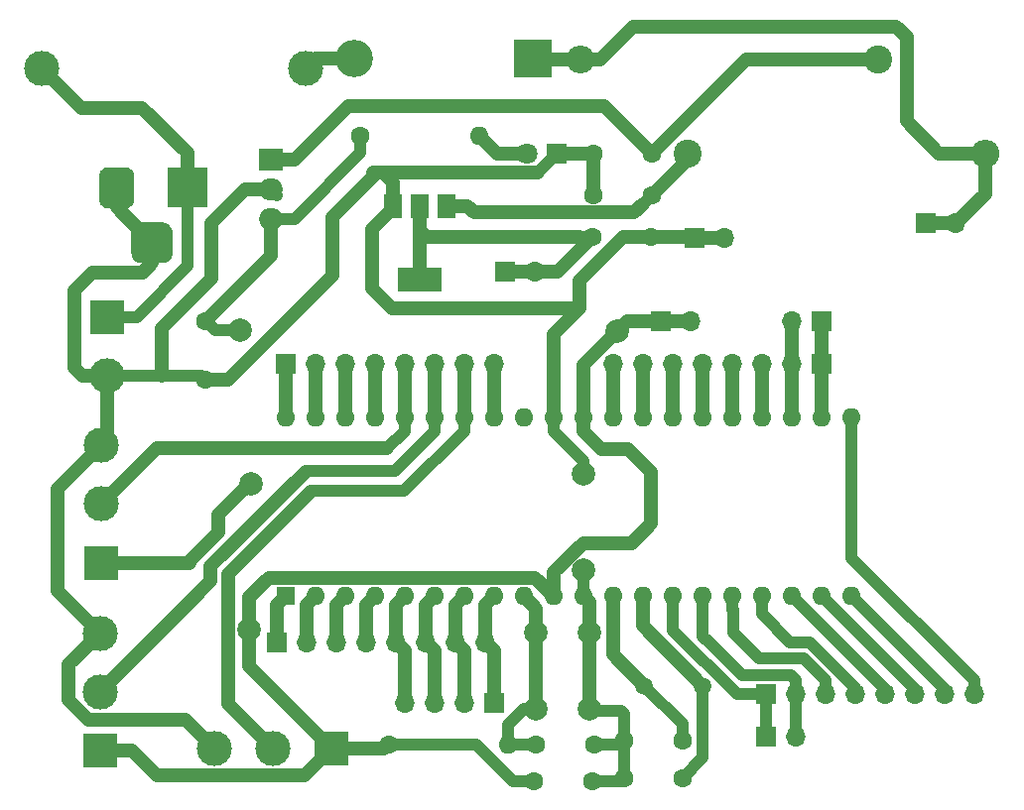
<source format=gbl>
G04 #@! TF.GenerationSoftware,KiCad,Pcbnew,(5.1.5)-3*
G04 #@! TF.CreationDate,2020-06-25T00:50:39+02:00*
G04 #@! TF.ProjectId,Distr_PCB,44697374-725f-4504-9342-2e6b69636164,rev?*
G04 #@! TF.SameCoordinates,Original*
G04 #@! TF.FileFunction,Copper,L2,Bot*
G04 #@! TF.FilePolarity,Positive*
%FSLAX46Y46*%
G04 Gerber Fmt 4.6, Leading zero omitted, Abs format (unit mm)*
G04 Created by KiCad (PCBNEW (5.1.5)-3) date 2020-06-25 00:50:39*
%MOMM*%
%LPD*%
G04 APERTURE LIST*
%ADD10C,3.000000*%
%ADD11R,3.000000X3.000000*%
%ADD12O,1.700000X1.700000*%
%ADD13R,1.700000X1.700000*%
%ADD14C,1.600000*%
%ADD15R,3.200000X3.200000*%
%ADD16O,3.200000X3.200000*%
%ADD17R,1.800000X1.800000*%
%ADD18C,1.800000*%
%ADD19R,3.500000X3.500000*%
%ADD20C,0.100000*%
%ADD21C,2.400000*%
%ADD22O,2.400000X2.400000*%
%ADD23O,1.600000X1.600000*%
%ADD24R,2.000000X1.905000*%
%ADD25O,2.000000X1.905000*%
%ADD26R,3.800000X2.000000*%
%ADD27R,1.500000X2.000000*%
%ADD28C,2.000000*%
%ADD29R,1.600000X1.600000*%
%ADD30C,1.500000*%
%ADD31C,1.200000*%
%ADD32C,1.000000*%
G04 APERTURE END LIST*
D10*
X144145000Y-58905000D03*
X121645000Y-58905000D03*
X136345000Y-117005000D03*
X141345000Y-117005000D03*
D11*
X146345000Y-117005000D03*
D12*
X163710000Y-76280000D03*
D13*
X161170000Y-76280000D03*
D14*
X173702000Y-66180000D03*
X168702000Y-66180000D03*
X135602000Y-85484000D03*
X135602000Y-80484000D03*
D15*
X163542000Y-58052000D03*
D16*
X148302000Y-58052000D03*
D17*
X165574000Y-66180000D03*
D18*
X163034000Y-66180000D03*
D19*
X134030000Y-69100000D03*
G04 #@! TA.AperFunction,ComponentPad*
D20*
G36*
X128853513Y-67353611D02*
G01*
X128926318Y-67364411D01*
X128997714Y-67382295D01*
X129067013Y-67407090D01*
X129133548Y-67438559D01*
X129196678Y-67476398D01*
X129255795Y-67520242D01*
X129310330Y-67569670D01*
X129359758Y-67624205D01*
X129403602Y-67683322D01*
X129441441Y-67746452D01*
X129472910Y-67812987D01*
X129497705Y-67882286D01*
X129515589Y-67953682D01*
X129526389Y-68026487D01*
X129530000Y-68100000D01*
X129530000Y-70100000D01*
X129526389Y-70173513D01*
X129515589Y-70246318D01*
X129497705Y-70317714D01*
X129472910Y-70387013D01*
X129441441Y-70453548D01*
X129403602Y-70516678D01*
X129359758Y-70575795D01*
X129310330Y-70630330D01*
X129255795Y-70679758D01*
X129196678Y-70723602D01*
X129133548Y-70761441D01*
X129067013Y-70792910D01*
X128997714Y-70817705D01*
X128926318Y-70835589D01*
X128853513Y-70846389D01*
X128780000Y-70850000D01*
X127280000Y-70850000D01*
X127206487Y-70846389D01*
X127133682Y-70835589D01*
X127062286Y-70817705D01*
X126992987Y-70792910D01*
X126926452Y-70761441D01*
X126863322Y-70723602D01*
X126804205Y-70679758D01*
X126749670Y-70630330D01*
X126700242Y-70575795D01*
X126656398Y-70516678D01*
X126618559Y-70453548D01*
X126587090Y-70387013D01*
X126562295Y-70317714D01*
X126544411Y-70246318D01*
X126533611Y-70173513D01*
X126530000Y-70100000D01*
X126530000Y-68100000D01*
X126533611Y-68026487D01*
X126544411Y-67953682D01*
X126562295Y-67882286D01*
X126587090Y-67812987D01*
X126618559Y-67746452D01*
X126656398Y-67683322D01*
X126700242Y-67624205D01*
X126749670Y-67569670D01*
X126804205Y-67520242D01*
X126863322Y-67476398D01*
X126926452Y-67438559D01*
X126992987Y-67407090D01*
X127062286Y-67382295D01*
X127133682Y-67364411D01*
X127206487Y-67353611D01*
X127280000Y-67350000D01*
X128780000Y-67350000D01*
X128853513Y-67353611D01*
G37*
G04 #@! TD.AperFunction*
G04 #@! TA.AperFunction,ComponentPad*
G36*
X131990765Y-72054213D02*
G01*
X132075704Y-72066813D01*
X132158999Y-72087677D01*
X132239848Y-72116605D01*
X132317472Y-72153319D01*
X132391124Y-72197464D01*
X132460094Y-72248616D01*
X132523718Y-72306282D01*
X132581384Y-72369906D01*
X132632536Y-72438876D01*
X132676681Y-72512528D01*
X132713395Y-72590152D01*
X132742323Y-72671001D01*
X132763187Y-72754296D01*
X132775787Y-72839235D01*
X132780000Y-72925000D01*
X132780000Y-74675000D01*
X132775787Y-74760765D01*
X132763187Y-74845704D01*
X132742323Y-74928999D01*
X132713395Y-75009848D01*
X132676681Y-75087472D01*
X132632536Y-75161124D01*
X132581384Y-75230094D01*
X132523718Y-75293718D01*
X132460094Y-75351384D01*
X132391124Y-75402536D01*
X132317472Y-75446681D01*
X132239848Y-75483395D01*
X132158999Y-75512323D01*
X132075704Y-75533187D01*
X131990765Y-75545787D01*
X131905000Y-75550000D01*
X130155000Y-75550000D01*
X130069235Y-75545787D01*
X129984296Y-75533187D01*
X129901001Y-75512323D01*
X129820152Y-75483395D01*
X129742528Y-75446681D01*
X129668876Y-75402536D01*
X129599906Y-75351384D01*
X129536282Y-75293718D01*
X129478616Y-75230094D01*
X129427464Y-75161124D01*
X129383319Y-75087472D01*
X129346605Y-75009848D01*
X129317677Y-74928999D01*
X129296813Y-74845704D01*
X129284213Y-74760765D01*
X129280000Y-74675000D01*
X129280000Y-72925000D01*
X129284213Y-72839235D01*
X129296813Y-72754296D01*
X129317677Y-72671001D01*
X129346605Y-72590152D01*
X129383319Y-72512528D01*
X129427464Y-72438876D01*
X129478616Y-72369906D01*
X129536282Y-72306282D01*
X129599906Y-72248616D01*
X129668876Y-72197464D01*
X129742528Y-72153319D01*
X129820152Y-72116605D01*
X129901001Y-72087677D01*
X129984296Y-72066813D01*
X130069235Y-72054213D01*
X130155000Y-72050000D01*
X131905000Y-72050000D01*
X131990765Y-72054213D01*
G37*
G04 #@! TD.AperFunction*
D11*
X127220000Y-80150000D03*
D10*
X127220000Y-85150000D03*
D21*
X192970000Y-58180000D03*
D22*
X167570000Y-58180000D03*
D14*
X148810000Y-64656000D03*
D23*
X158970000Y-64656000D03*
D24*
X141190000Y-66688000D03*
D25*
X141190000Y-69228000D03*
X141190000Y-71768000D03*
D14*
X173702000Y-69736000D03*
X168702000Y-69736000D03*
X173622000Y-73292000D03*
X168622000Y-73292000D03*
D21*
X176750000Y-66180000D03*
D22*
X202150000Y-66180000D03*
D26*
X153890000Y-76950000D03*
D27*
X153890000Y-70650000D03*
X156190000Y-70650000D03*
X151590000Y-70650000D03*
D14*
X176295000Y-116330000D03*
X171295000Y-116330000D03*
X171295000Y-119505000D03*
X176295000Y-119505000D03*
X168795000Y-116655000D03*
X163795000Y-116655000D03*
X163645000Y-119805000D03*
X168645000Y-119805000D03*
D10*
X126720000Y-91130000D03*
X126720000Y-96130000D03*
D11*
X126720000Y-101130000D03*
D12*
X152611000Y-113144000D03*
X155151000Y-113144000D03*
X157691000Y-113144000D03*
D13*
X160231000Y-113144000D03*
X183395000Y-112380000D03*
D12*
X185935000Y-112380000D03*
X188475000Y-112380000D03*
X191015000Y-112380000D03*
X193555000Y-112380000D03*
X196095000Y-112380000D03*
X198635000Y-112380000D03*
X201175000Y-112380000D03*
D13*
X183395000Y-116005000D03*
D12*
X185935000Y-116005000D03*
D11*
X126595000Y-117155000D03*
D10*
X126595000Y-112155000D03*
X126595000Y-107155000D03*
D12*
X185630000Y-80505000D03*
D13*
X188170000Y-80505000D03*
D12*
X170391000Y-84188000D03*
X172931000Y-84188000D03*
X175471000Y-84188000D03*
X178011000Y-84188000D03*
X180551000Y-84188000D03*
X183091000Y-84188000D03*
X185631000Y-84188000D03*
D13*
X188171000Y-84188000D03*
X177299000Y-73405000D03*
D12*
X179839000Y-73405000D03*
D13*
X141695000Y-107905000D03*
D12*
X144235000Y-107905000D03*
X146775000Y-107905000D03*
X149315000Y-107905000D03*
X151855000Y-107905000D03*
X154395000Y-107905000D03*
X156935000Y-107905000D03*
X159475000Y-107905000D03*
D13*
X174480000Y-80480000D03*
D12*
X177020000Y-80480000D03*
X199639000Y-72171000D03*
D13*
X197099000Y-72171000D03*
D12*
X160231000Y-84188000D03*
X157691000Y-84188000D03*
X155151000Y-84188000D03*
X152611000Y-84188000D03*
X150071000Y-84188000D03*
X147531000Y-84188000D03*
X144991000Y-84188000D03*
D13*
X142451000Y-84188000D03*
D23*
X161395000Y-116630000D03*
D14*
X151235000Y-116630000D03*
D28*
X168320000Y-113605000D03*
X163820000Y-113605000D03*
X168320000Y-107105000D03*
X163820000Y-107105000D03*
D23*
X142451000Y-88760000D03*
X190711000Y-104000000D03*
X144991000Y-88760000D03*
X188171000Y-104000000D03*
X147531000Y-88760000D03*
X185631000Y-104000000D03*
X150071000Y-88760000D03*
X183091000Y-104000000D03*
X152611000Y-88760000D03*
X180551000Y-104000000D03*
X155151000Y-88760000D03*
X178011000Y-104000000D03*
X157691000Y-88760000D03*
X175471000Y-104000000D03*
X160231000Y-88760000D03*
X172931000Y-104000000D03*
X162771000Y-88760000D03*
X170391000Y-104000000D03*
X165311000Y-88760000D03*
X167851000Y-104000000D03*
X167851000Y-88760000D03*
X165311000Y-104000000D03*
X170391000Y-88760000D03*
X162771000Y-104000000D03*
X172931000Y-88760000D03*
X160231000Y-104000000D03*
X175471000Y-88760000D03*
X157691000Y-104000000D03*
X178011000Y-88760000D03*
X155151000Y-104000000D03*
X180551000Y-88760000D03*
X152611000Y-104000000D03*
X183091000Y-88760000D03*
X150071000Y-104000000D03*
X185631000Y-88760000D03*
X147531000Y-104000000D03*
X188171000Y-88760000D03*
X144991000Y-104000000D03*
X190711000Y-88760000D03*
D29*
X142451000Y-104000000D03*
D30*
X178045000Y-111630000D03*
X173045000Y-111630000D03*
D28*
X167845000Y-101780000D03*
X167845000Y-93580000D03*
X139295000Y-106855000D03*
X170720000Y-81355000D03*
X138595000Y-81280000D03*
X139470000Y-94380000D03*
D31*
X141190000Y-66688000D02*
X143190000Y-66688000D01*
X147762000Y-62116000D02*
X166590000Y-62116000D01*
X143190000Y-66688000D02*
X147762000Y-62116000D01*
X174501999Y-65380001D02*
X173702000Y-66180000D01*
X181702000Y-58180000D02*
X174501999Y-65380001D01*
X192970000Y-58180000D02*
X181702000Y-58180000D01*
X169638000Y-62116000D02*
X173702000Y-66180000D01*
X166590000Y-62116000D02*
X169638000Y-62116000D01*
X168702000Y-66180000D02*
X165574000Y-66180000D01*
X128030000Y-70800000D02*
X131030000Y-73800000D01*
D32*
X128030000Y-69100000D02*
X128030000Y-70800000D01*
X135268000Y-85150000D02*
X135602000Y-85484000D01*
X131872000Y-85150000D02*
X135268000Y-85150000D01*
X127220000Y-85150000D02*
X131872000Y-85150000D01*
X141698000Y-69736000D02*
X141190000Y-69228000D01*
X131030000Y-73800000D02*
X131030000Y-75550000D01*
D31*
X168702000Y-66180000D02*
X168702000Y-69736000D01*
D32*
X151590000Y-70900000D02*
X151590000Y-70650000D01*
D31*
X130240000Y-76340000D02*
X131030000Y-75550000D01*
X127220000Y-85150000D02*
X125098680Y-85150000D01*
X124426000Y-84477320D02*
X124426000Y-77864000D01*
X124426000Y-77864000D02*
X125950000Y-76340000D01*
X125098680Y-85150000D02*
X124426000Y-84477320D01*
X125950000Y-76340000D02*
X130240000Y-76340000D01*
X138990000Y-69228000D02*
X136110000Y-72108000D01*
X141190000Y-69228000D02*
X138990000Y-69228000D01*
X136110000Y-72108000D02*
X136110000Y-76848000D01*
X131872000Y-81086000D02*
X131872000Y-85150000D01*
X136110000Y-76848000D02*
X131872000Y-81086000D01*
X151590000Y-70650000D02*
X151590000Y-68650000D01*
X151590000Y-68650000D02*
X150720001Y-67780001D01*
D32*
X150720001Y-67780001D02*
X149902001Y-67780001D01*
D31*
X163973999Y-67780001D02*
X149902001Y-67780001D01*
D32*
X165574000Y-66180000D02*
X163973999Y-67780001D01*
D31*
X149840000Y-72650000D02*
X151590000Y-70900000D01*
X149840000Y-77723001D02*
X149840000Y-72650000D01*
X151504999Y-79388000D02*
X149840000Y-77723001D01*
X167526000Y-79388000D02*
X151504999Y-79388000D01*
X165311000Y-81603000D02*
X165311000Y-88760000D01*
X167526000Y-79388000D02*
X165311000Y-81603000D01*
X179839000Y-73405000D02*
X177299000Y-73405000D01*
X167526000Y-76999000D02*
X167526000Y-79388000D01*
X173622000Y-73292000D02*
X171233000Y-73292000D01*
X171233000Y-73292000D02*
X167526000Y-76999000D01*
X177186000Y-73292000D02*
X177299000Y-73405000D01*
X173622000Y-73292000D02*
X177186000Y-73292000D01*
X168320000Y-104469000D02*
X167851000Y-104000000D01*
X168320000Y-107105000D02*
X168320000Y-104469000D01*
X168320000Y-113605000D02*
X168320000Y-107105000D01*
D32*
X171295000Y-116330000D02*
X171295000Y-119505000D01*
X168520000Y-113805000D02*
X168320000Y-113605000D01*
X171070000Y-113805000D02*
X168520000Y-113805000D01*
X171295000Y-116330000D02*
X171295000Y-114030000D01*
X171295000Y-114030000D02*
X171070000Y-113805000D01*
X170970000Y-116655000D02*
X171295000Y-116330000D01*
X168795000Y-116655000D02*
X170970000Y-116655000D01*
X170995000Y-119805000D02*
X171295000Y-119505000D01*
X168645000Y-119805000D02*
X170995000Y-119805000D01*
D31*
X127220000Y-90630000D02*
X126720000Y-91130000D01*
X127220000Y-85150000D02*
X127220000Y-90630000D01*
X134845001Y-115505001D02*
X136345000Y-117005000D01*
X123920000Y-109830000D02*
X123920000Y-112884002D01*
X126595000Y-107155000D02*
X123920000Y-109830000D01*
X133895000Y-114555000D02*
X134845001Y-115505001D01*
X123920000Y-112884002D02*
X125590998Y-114555000D01*
X125590998Y-114555000D02*
X133895000Y-114555000D01*
X146420000Y-76605000D02*
X137541000Y-85484000D01*
X146420000Y-71655000D02*
X146420000Y-76605000D01*
X137541000Y-85484000D02*
X135602000Y-85484000D01*
X149902001Y-67780001D02*
X149902001Y-68172999D01*
X149902001Y-68172999D02*
X146420000Y-71655000D01*
X122995000Y-103555000D02*
X125095001Y-105655001D01*
X126720000Y-91130000D02*
X122995000Y-94855000D01*
X125095001Y-105655001D02*
X126595000Y-107155000D01*
X122995000Y-94855000D02*
X122995000Y-103555000D01*
D32*
X167851000Y-102868630D02*
X167845000Y-102862630D01*
X167851000Y-104000000D02*
X167851000Y-102868630D01*
X167845000Y-102862630D02*
X167845000Y-101780000D01*
X165311000Y-89891370D02*
X167845000Y-92425370D01*
X165311000Y-88760000D02*
X165311000Y-89891370D01*
X167845000Y-92425370D02*
X167845000Y-93580000D01*
D31*
X141190000Y-74896000D02*
X141190000Y-71768000D01*
X135602000Y-80484000D02*
X141190000Y-74896000D01*
D32*
X148810000Y-65787370D02*
X148810000Y-64656000D01*
X148810000Y-66148000D02*
X148810000Y-65787370D01*
X143190000Y-71768000D02*
X148810000Y-66148000D01*
X141190000Y-71768000D02*
X143190000Y-71768000D01*
X163645000Y-119805000D02*
X161845000Y-119805000D01*
X158670000Y-116630000D02*
X151235000Y-116630000D01*
X161845000Y-119805000D02*
X158670000Y-116630000D01*
D31*
X126720000Y-101130000D02*
X126720000Y-101730000D01*
X144044999Y-119305001D02*
X146345000Y-117005000D01*
X131445001Y-119305001D02*
X144044999Y-119305001D01*
X129295000Y-117155000D02*
X131445001Y-119305001D01*
X126595000Y-117155000D02*
X129295000Y-117155000D01*
X141010999Y-102399999D02*
X139320000Y-104090998D01*
X165311000Y-104000000D02*
X163710999Y-102399999D01*
X163710999Y-102399999D02*
X141010999Y-102399999D01*
X139320000Y-109980000D02*
X146345000Y-117005000D01*
X150860000Y-117005000D02*
X151235000Y-116630000D01*
X146345000Y-117005000D02*
X150860000Y-117005000D01*
X126720000Y-101130000D02*
X129420000Y-101130000D01*
X129420000Y-101130000D02*
X134245000Y-101130000D01*
X177020000Y-80480000D02*
X174480000Y-80480000D01*
X167851000Y-84224000D02*
X167851000Y-87628630D01*
X174480000Y-80480000D02*
X171595000Y-80480000D01*
X167851000Y-87628630D02*
X167851000Y-88760000D01*
X171595000Y-80480000D02*
X170720000Y-81355000D01*
X165311000Y-101964000D02*
X165311000Y-104000000D01*
X173645000Y-97805000D02*
X171995000Y-99455000D01*
X167851000Y-89891370D02*
X169364630Y-91405000D01*
X171995000Y-99455000D02*
X167820000Y-99455000D01*
X171695000Y-91405000D02*
X173645000Y-93355000D01*
X167820000Y-99455000D02*
X165311000Y-101964000D01*
X167851000Y-88760000D02*
X167851000Y-89891370D01*
X169364630Y-91405000D02*
X171695000Y-91405000D01*
X173645000Y-93355000D02*
X173645000Y-97805000D01*
D32*
X139320000Y-104905000D02*
X139320000Y-106830000D01*
X139320000Y-106830000D02*
X139295000Y-106855000D01*
D31*
X139320000Y-104905000D02*
X139320000Y-109980000D01*
X139320000Y-104090998D02*
X139320000Y-104905000D01*
D32*
X136401999Y-81283999D02*
X138591001Y-81283999D01*
X135602000Y-80484000D02*
X136401999Y-81283999D01*
D31*
X170720000Y-81355000D02*
X167851000Y-84224000D01*
D32*
X138591001Y-81283999D02*
X138595000Y-81280000D01*
D31*
X134245000Y-100980000D02*
X136670000Y-98555000D01*
D32*
X134245000Y-101130000D02*
X134245000Y-100980000D01*
D31*
X136670000Y-98555000D02*
X136670000Y-97055000D01*
X136670000Y-97055000D02*
X138745000Y-94980000D01*
D32*
X138870000Y-94980000D02*
X139470000Y-94380000D01*
X138745000Y-94980000D02*
X138870000Y-94980000D01*
D31*
X202150000Y-69660000D02*
X199639000Y-72171000D01*
X202150000Y-66180000D02*
X202150000Y-69660000D01*
X199639000Y-72171000D02*
X197099000Y-72171000D01*
X163542000Y-58052000D02*
X163467000Y-58052000D01*
X163595000Y-58180000D02*
X167570000Y-58180000D01*
X163467000Y-58052000D02*
X163595000Y-58180000D01*
X198170000Y-66180000D02*
X202150000Y-66180000D01*
X167570000Y-58180000D02*
X169267056Y-58180000D01*
X195420000Y-63430000D02*
X198170000Y-66180000D01*
X172117056Y-55330000D02*
X194520000Y-55330000D01*
X169267056Y-58180000D02*
X172117056Y-55330000D01*
X194520000Y-55330000D02*
X195420000Y-56230000D01*
X195420000Y-56230000D02*
X195420000Y-63430000D01*
X144998000Y-58052000D02*
X144145000Y-58905000D01*
X148302000Y-58052000D02*
X144998000Y-58052000D01*
X160494000Y-66180000D02*
X158970000Y-64656000D01*
X163034000Y-66180000D02*
X160494000Y-66180000D01*
D32*
X134030000Y-71850000D02*
X134078000Y-71898000D01*
X134030000Y-69100000D02*
X134030000Y-71850000D01*
X129720000Y-80150000D02*
X127220000Y-80150000D01*
X134078000Y-75792000D02*
X129720000Y-80150000D01*
X134078000Y-71898000D02*
X134078000Y-75792000D01*
D31*
X121645000Y-58905000D02*
X125020000Y-62280000D01*
X134030000Y-66150000D02*
X134030000Y-69100000D01*
X130160000Y-62280000D02*
X134030000Y-66150000D01*
X125020000Y-62280000D02*
X130160000Y-62280000D01*
X172201999Y-71236001D02*
X172902001Y-70535999D01*
X157940000Y-70650000D02*
X158526001Y-71236001D01*
D32*
X172902001Y-70535999D02*
X173702000Y-69736000D01*
D31*
X158526001Y-71236001D02*
X172201999Y-71236001D01*
X156190000Y-70650000D02*
X157940000Y-70650000D01*
X176750000Y-66688000D02*
X173702000Y-69736000D01*
D32*
X176750000Y-66180000D02*
X176750000Y-66688000D01*
D31*
X153890000Y-70650000D02*
X153890000Y-76950000D01*
D32*
X167490630Y-73292000D02*
X168622000Y-73292000D01*
D31*
X154532000Y-73292000D02*
X167490630Y-73292000D01*
D32*
X153890000Y-72650000D02*
X154532000Y-73292000D01*
X153890000Y-70650000D02*
X153890000Y-72650000D01*
D31*
X161170000Y-76280000D02*
X163710000Y-76280000D01*
X165634000Y-76280000D02*
X168622000Y-73292000D01*
X163710000Y-76280000D02*
X165634000Y-76280000D01*
X170391000Y-108976000D02*
X173045000Y-111630000D01*
X170391000Y-104000000D02*
X170391000Y-108976000D01*
D32*
X176295000Y-114880000D02*
X173045000Y-111630000D01*
X176295000Y-116330000D02*
X176295000Y-114880000D01*
D31*
X172931000Y-106516000D02*
X178045000Y-111630000D01*
X172931000Y-104000000D02*
X172931000Y-106516000D01*
D32*
X178045000Y-117755000D02*
X176295000Y-119505000D01*
X178045000Y-111630000D02*
X178045000Y-117755000D01*
D31*
X163820000Y-105049000D02*
X162771000Y-104000000D01*
X163820000Y-107105000D02*
X163820000Y-105049000D01*
X163820000Y-113605000D02*
X163820000Y-107105000D01*
D32*
X162745000Y-113605000D02*
X163820000Y-113605000D01*
X161395000Y-116630000D02*
X161395000Y-114955000D01*
X161395000Y-114955000D02*
X162745000Y-113605000D01*
X161420000Y-116655000D02*
X161395000Y-116630000D01*
X163795000Y-116655000D02*
X161420000Y-116655000D01*
D31*
X152611000Y-84188000D02*
X152611000Y-88760000D01*
D32*
X152611000Y-89891370D02*
X151122370Y-91380000D01*
X152611000Y-88760000D02*
X152611000Y-89891370D01*
D31*
X151122370Y-91380000D02*
X144220000Y-91380000D01*
X131470000Y-91380000D02*
X144220000Y-91380000D01*
X126720000Y-96130000D02*
X131470000Y-91380000D01*
X159475000Y-104756000D02*
X160231000Y-104000000D01*
X159475000Y-107905000D02*
X159475000Y-104756000D01*
X160231000Y-108661000D02*
X159475000Y-107905000D01*
X160231000Y-113144000D02*
X160231000Y-108661000D01*
X156935000Y-104756000D02*
X157691000Y-104000000D01*
X156935000Y-107905000D02*
X156935000Y-104756000D01*
X157691000Y-108661000D02*
X156935000Y-107905000D01*
X157691000Y-113144000D02*
X157691000Y-108661000D01*
X154395000Y-104756000D02*
X155151000Y-104000000D01*
X154395000Y-107905000D02*
X154395000Y-104756000D01*
X155151000Y-108661000D02*
X154395000Y-107905000D01*
X155151000Y-113144000D02*
X155151000Y-108661000D01*
X151855000Y-104756000D02*
X152611000Y-104000000D01*
X151855000Y-107905000D02*
X151855000Y-104756000D01*
X152611000Y-108661000D02*
X151855000Y-107905000D01*
X152611000Y-113144000D02*
X152611000Y-108661000D01*
D32*
X190711000Y-100713919D02*
X190711000Y-89891370D01*
X190711000Y-89891370D02*
X190711000Y-88760000D01*
X201175000Y-111177919D02*
X190711000Y-100713919D01*
X201175000Y-112380000D02*
X201175000Y-111177919D01*
X198635000Y-111924000D02*
X198635000Y-112380000D01*
X190711000Y-104000000D02*
X198635000Y-111924000D01*
X196095000Y-111924000D02*
X196095000Y-112380000D01*
X188171000Y-104000000D02*
X196095000Y-111924000D01*
X193555000Y-111924000D02*
X193555000Y-112380000D01*
X185631000Y-104000000D02*
X193555000Y-111924000D01*
X187120000Y-107930000D02*
X191015000Y-111825000D01*
X191015000Y-111825000D02*
X191015000Y-112380000D01*
X185495000Y-107930000D02*
X187120000Y-107930000D01*
X183091000Y-104000000D02*
X183091000Y-105526000D01*
X183091000Y-105526000D02*
X185495000Y-107930000D01*
X186602081Y-109305000D02*
X188475000Y-111177919D01*
X188475000Y-111177919D02*
X188475000Y-112380000D01*
X182795000Y-109305000D02*
X186602081Y-109305000D01*
X180551000Y-104000000D02*
X180551000Y-105131370D01*
X180595000Y-105175370D02*
X180595000Y-107105000D01*
X180551000Y-105131370D02*
X180595000Y-105175370D01*
X180595000Y-107105000D02*
X182795000Y-109305000D01*
X178011000Y-104000000D02*
X178011000Y-107446000D01*
X178270000Y-107705000D02*
X178320000Y-107705000D01*
X178011000Y-107446000D02*
X178270000Y-107705000D01*
X178320000Y-107705000D02*
X181370000Y-110755000D01*
X185935000Y-111177919D02*
X185935000Y-112380000D01*
X185512081Y-110755000D02*
X185935000Y-111177919D01*
X181370000Y-110755000D02*
X185512081Y-110755000D01*
X185935000Y-112380000D02*
X185935000Y-116005000D01*
X180941002Y-112380000D02*
X183395000Y-112380000D01*
X175471000Y-104000000D02*
X175471000Y-106909998D01*
X175471000Y-106909998D02*
X180941002Y-112380000D01*
X183395000Y-112380000D02*
X183395000Y-116005000D01*
D31*
X155151000Y-84188000D02*
X155151000Y-88760000D01*
X136045001Y-102704999D02*
X136045001Y-101454999D01*
D32*
X155151000Y-88760000D02*
X155151000Y-89891370D01*
X151787370Y-93255000D02*
X144245000Y-93255000D01*
X144245000Y-93255000D02*
X144145000Y-93355000D01*
D31*
X136045001Y-101454999D02*
X144145000Y-93355000D01*
X126595000Y-112155000D02*
X136045001Y-102704999D01*
D32*
X155151000Y-89891370D02*
X151787370Y-93255000D01*
D31*
X188171000Y-84188000D02*
X188171000Y-88760000D01*
X188170000Y-84187000D02*
X188171000Y-84188000D01*
X188170000Y-80505000D02*
X188170000Y-84187000D01*
X185631000Y-84188000D02*
X185631000Y-88760000D01*
X185631000Y-80506000D02*
X185630000Y-80505000D01*
X185631000Y-84188000D02*
X185631000Y-80506000D01*
X157691000Y-84188000D02*
X157691000Y-88760000D01*
X137519999Y-102105001D02*
X144370000Y-95255000D01*
X137519999Y-113179999D02*
X137519999Y-102105001D01*
X141345000Y-117005000D02*
X137519999Y-113179999D01*
D32*
X144595000Y-95030000D02*
X144370000Y-95255000D01*
X157691000Y-88760000D02*
X157691000Y-89891370D01*
X152552370Y-95030000D02*
X144595000Y-95030000D01*
X157691000Y-89891370D02*
X152552370Y-95030000D01*
D31*
X183091000Y-84188000D02*
X183091000Y-88760000D01*
X180551000Y-84188000D02*
X180551000Y-88760000D01*
X178011000Y-84188000D02*
X178011000Y-88760000D01*
X175471000Y-84188000D02*
X175471000Y-88760000D01*
X172931000Y-84188000D02*
X172931000Y-88760000D01*
X170391000Y-84188000D02*
X170391000Y-88760000D01*
X149315000Y-104756000D02*
X150071000Y-104000000D01*
X149315000Y-107905000D02*
X149315000Y-104756000D01*
X146775000Y-104756000D02*
X147531000Y-104000000D01*
X146775000Y-107905000D02*
X146775000Y-104756000D01*
X144235000Y-104756000D02*
X144991000Y-104000000D01*
X144235000Y-107905000D02*
X144235000Y-104756000D01*
X141695000Y-104756000D02*
X142451000Y-104000000D01*
X141695000Y-107905000D02*
X141695000Y-104756000D01*
X142451000Y-84188000D02*
X142451000Y-88760000D01*
X144991000Y-84188000D02*
X144991000Y-88760000D01*
X147531000Y-84188000D02*
X147531000Y-88760000D01*
X150071000Y-84188000D02*
X150071000Y-88760000D01*
X160231000Y-84188000D02*
X160231000Y-88760000D01*
M02*

</source>
